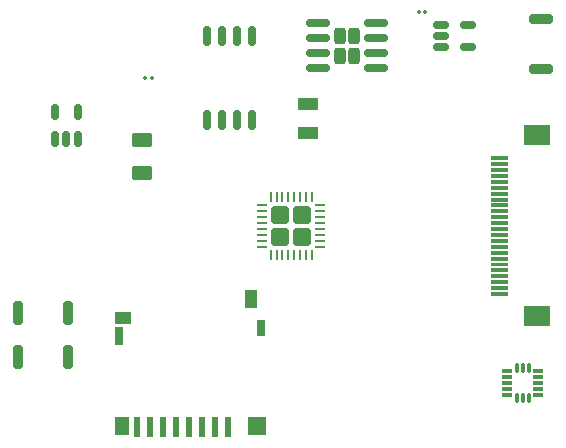
<source format=gbr>
%TF.GenerationSoftware,KiCad,Pcbnew,9.0.2*%
%TF.CreationDate,2025-12-06T23:29:51-05:00*%
%TF.ProjectId,taskmonitor,7461736b-6d6f-46e6-9974-6f722e6b6963,rev?*%
%TF.SameCoordinates,Original*%
%TF.FileFunction,Paste,Top*%
%TF.FilePolarity,Positive*%
%FSLAX46Y46*%
G04 Gerber Fmt 4.6, Leading zero omitted, Abs format (unit mm)*
G04 Created by KiCad (PCBNEW 9.0.2) date 2025-12-06 23:29:51*
%MOMM*%
%LPD*%
G01*
G04 APERTURE LIST*
G04 Aperture macros list*
%AMRoundRect*
0 Rectangle with rounded corners*
0 $1 Rounding radius*
0 $2 $3 $4 $5 $6 $7 $8 $9 X,Y pos of 4 corners*
0 Add a 4 corners polygon primitive as box body*
4,1,4,$2,$3,$4,$5,$6,$7,$8,$9,$2,$3,0*
0 Add four circle primitives for the rounded corners*
1,1,$1+$1,$2,$3*
1,1,$1+$1,$4,$5*
1,1,$1+$1,$6,$7*
1,1,$1+$1,$8,$9*
0 Add four rect primitives between the rounded corners*
20,1,$1+$1,$2,$3,$4,$5,0*
20,1,$1+$1,$4,$5,$6,$7,0*
20,1,$1+$1,$6,$7,$8,$9,0*
20,1,$1+$1,$8,$9,$2,$3,0*%
G04 Aperture macros list end*
%ADD10C,0.010000*%
%ADD11RoundRect,0.200000X0.200000X0.800000X-0.200000X0.800000X-0.200000X-0.800000X0.200000X-0.800000X0*%
%ADD12R,1.800000X1.000000*%
%ADD13RoundRect,0.200000X0.800000X-0.200000X0.800000X0.200000X-0.800000X0.200000X-0.800000X-0.200000X0*%
%ADD14RoundRect,0.250000X-0.255000X-0.440000X0.255000X-0.440000X0.255000X0.440000X-0.255000X0.440000X0*%
%ADD15RoundRect,0.150000X-0.825000X-0.150000X0.825000X-0.150000X0.825000X0.150000X-0.825000X0.150000X0*%
%ADD16RoundRect,0.150000X0.150000X-0.512500X0.150000X0.512500X-0.150000X0.512500X-0.150000X-0.512500X0*%
%ADD17RoundRect,0.250000X-0.495000X-0.495000X0.495000X-0.495000X0.495000X0.495000X-0.495000X0.495000X0*%
%ADD18RoundRect,0.062500X-0.337500X-0.062500X0.337500X-0.062500X0.337500X0.062500X-0.337500X0.062500X0*%
%ADD19RoundRect,0.062500X-0.062500X-0.337500X0.062500X-0.337500X0.062500X0.337500X-0.062500X0.337500X0*%
%ADD20RoundRect,0.075000X-0.387500X-0.075000X0.387500X-0.075000X0.387500X0.075000X-0.387500X0.075000X0*%
%ADD21RoundRect,0.075000X-0.075000X-0.325000X0.075000X-0.325000X0.075000X0.325000X-0.075000X0.325000X0*%
%ADD22RoundRect,0.067500X0.067500X0.067500X-0.067500X0.067500X-0.067500X-0.067500X0.067500X-0.067500X0*%
%ADD23RoundRect,0.162500X-0.162500X0.650000X-0.162500X-0.650000X0.162500X-0.650000X0.162500X0.650000X0*%
%ADD24R,2.200000X1.800000*%
%ADD25R,0.600000X1.750000*%
%ADD26R,1.450000X1.000000*%
%ADD27R,1.000000X1.550000*%
%ADD28R,0.800000X1.500000*%
%ADD29R,0.800000X1.400000*%
%ADD30R,1.500000X1.500000*%
%ADD31R,1.300000X1.500000*%
%ADD32RoundRect,0.150000X-0.512500X-0.150000X0.512500X-0.150000X0.512500X0.150000X-0.512500X0.150000X0*%
%ADD33RoundRect,0.250000X-0.625000X0.375000X-0.625000X-0.375000X0.625000X-0.375000X0.625000X0.375000X0*%
G04 APERTURE END LIST*
D10*
%TO.C,J4*%
X112775000Y-93850000D02*
X111475000Y-93850000D01*
X111475000Y-93600000D01*
X112775000Y-93600000D01*
X112775000Y-93850000D01*
G36*
X112775000Y-93850000D02*
G01*
X111475000Y-93850000D01*
X111475000Y-93600000D01*
X112775000Y-93600000D01*
X112775000Y-93850000D01*
G37*
X112775000Y-94350000D02*
X111475000Y-94350000D01*
X111475000Y-94100000D01*
X112775000Y-94100000D01*
X112775000Y-94350000D01*
G36*
X112775000Y-94350000D02*
G01*
X111475000Y-94350000D01*
X111475000Y-94100000D01*
X112775000Y-94100000D01*
X112775000Y-94350000D01*
G37*
X112775000Y-94850000D02*
X111475000Y-94850000D01*
X111475000Y-94600000D01*
X112775000Y-94600000D01*
X112775000Y-94850000D01*
G36*
X112775000Y-94850000D02*
G01*
X111475000Y-94850000D01*
X111475000Y-94600000D01*
X112775000Y-94600000D01*
X112775000Y-94850000D01*
G37*
X112775000Y-95350000D02*
X111475000Y-95350000D01*
X111475000Y-95100000D01*
X112775000Y-95100000D01*
X112775000Y-95350000D01*
G36*
X112775000Y-95350000D02*
G01*
X111475000Y-95350000D01*
X111475000Y-95100000D01*
X112775000Y-95100000D01*
X112775000Y-95350000D01*
G37*
X112775000Y-95850000D02*
X111475000Y-95850000D01*
X111475000Y-95600000D01*
X112775000Y-95600000D01*
X112775000Y-95850000D01*
G36*
X112775000Y-95850000D02*
G01*
X111475000Y-95850000D01*
X111475000Y-95600000D01*
X112775000Y-95600000D01*
X112775000Y-95850000D01*
G37*
X112775000Y-96350000D02*
X111475000Y-96350000D01*
X111475000Y-96100000D01*
X112775000Y-96100000D01*
X112775000Y-96350000D01*
G36*
X112775000Y-96350000D02*
G01*
X111475000Y-96350000D01*
X111475000Y-96100000D01*
X112775000Y-96100000D01*
X112775000Y-96350000D01*
G37*
X112775000Y-96850000D02*
X111475000Y-96850000D01*
X111475000Y-96600000D01*
X112775000Y-96600000D01*
X112775000Y-96850000D01*
G36*
X112775000Y-96850000D02*
G01*
X111475000Y-96850000D01*
X111475000Y-96600000D01*
X112775000Y-96600000D01*
X112775000Y-96850000D01*
G37*
X112775000Y-97350000D02*
X111475000Y-97350000D01*
X111475000Y-97100000D01*
X112775000Y-97100000D01*
X112775000Y-97350000D01*
G36*
X112775000Y-97350000D02*
G01*
X111475000Y-97350000D01*
X111475000Y-97100000D01*
X112775000Y-97100000D01*
X112775000Y-97350000D01*
G37*
X112775000Y-97850000D02*
X111475000Y-97850000D01*
X111475000Y-97600000D01*
X112775000Y-97600000D01*
X112775000Y-97850000D01*
G36*
X112775000Y-97850000D02*
G01*
X111475000Y-97850000D01*
X111475000Y-97600000D01*
X112775000Y-97600000D01*
X112775000Y-97850000D01*
G37*
X112775000Y-98350000D02*
X111475000Y-98350000D01*
X111475000Y-98100000D01*
X112775000Y-98100000D01*
X112775000Y-98350000D01*
G36*
X112775000Y-98350000D02*
G01*
X111475000Y-98350000D01*
X111475000Y-98100000D01*
X112775000Y-98100000D01*
X112775000Y-98350000D01*
G37*
X112775000Y-98850000D02*
X111475000Y-98850000D01*
X111475000Y-98600000D01*
X112775000Y-98600000D01*
X112775000Y-98850000D01*
G36*
X112775000Y-98850000D02*
G01*
X111475000Y-98850000D01*
X111475000Y-98600000D01*
X112775000Y-98600000D01*
X112775000Y-98850000D01*
G37*
X112775000Y-99350000D02*
X111475000Y-99350000D01*
X111475000Y-99100000D01*
X112775000Y-99100000D01*
X112775000Y-99350000D01*
G36*
X112775000Y-99350000D02*
G01*
X111475000Y-99350000D01*
X111475000Y-99100000D01*
X112775000Y-99100000D01*
X112775000Y-99350000D01*
G37*
X112775000Y-99850000D02*
X111475000Y-99850000D01*
X111475000Y-99600000D01*
X112775000Y-99600000D01*
X112775000Y-99850000D01*
G36*
X112775000Y-99850000D02*
G01*
X111475000Y-99850000D01*
X111475000Y-99600000D01*
X112775000Y-99600000D01*
X112775000Y-99850000D01*
G37*
X112775000Y-100350000D02*
X111475000Y-100350000D01*
X111475000Y-100100000D01*
X112775000Y-100100000D01*
X112775000Y-100350000D01*
G36*
X112775000Y-100350000D02*
G01*
X111475000Y-100350000D01*
X111475000Y-100100000D01*
X112775000Y-100100000D01*
X112775000Y-100350000D01*
G37*
X112775000Y-100850000D02*
X111475000Y-100850000D01*
X111475000Y-100600000D01*
X112775000Y-100600000D01*
X112775000Y-100850000D01*
G36*
X112775000Y-100850000D02*
G01*
X111475000Y-100850000D01*
X111475000Y-100600000D01*
X112775000Y-100600000D01*
X112775000Y-100850000D01*
G37*
X112775000Y-101350000D02*
X111475000Y-101350000D01*
X111475000Y-101100000D01*
X112775000Y-101100000D01*
X112775000Y-101350000D01*
G36*
X112775000Y-101350000D02*
G01*
X111475000Y-101350000D01*
X111475000Y-101100000D01*
X112775000Y-101100000D01*
X112775000Y-101350000D01*
G37*
X112775000Y-101850000D02*
X111475000Y-101850000D01*
X111475000Y-101600000D01*
X112775000Y-101600000D01*
X112775000Y-101850000D01*
G36*
X112775000Y-101850000D02*
G01*
X111475000Y-101850000D01*
X111475000Y-101600000D01*
X112775000Y-101600000D01*
X112775000Y-101850000D01*
G37*
X112775000Y-102350000D02*
X111475000Y-102350000D01*
X111475000Y-102100000D01*
X112775000Y-102100000D01*
X112775000Y-102350000D01*
G36*
X112775000Y-102350000D02*
G01*
X111475000Y-102350000D01*
X111475000Y-102100000D01*
X112775000Y-102100000D01*
X112775000Y-102350000D01*
G37*
X112775000Y-102850000D02*
X111475000Y-102850000D01*
X111475000Y-102600000D01*
X112775000Y-102600000D01*
X112775000Y-102850000D01*
G36*
X112775000Y-102850000D02*
G01*
X111475000Y-102850000D01*
X111475000Y-102600000D01*
X112775000Y-102600000D01*
X112775000Y-102850000D01*
G37*
X112775000Y-103350000D02*
X111475000Y-103350000D01*
X111475000Y-103100000D01*
X112775000Y-103100000D01*
X112775000Y-103350000D01*
G36*
X112775000Y-103350000D02*
G01*
X111475000Y-103350000D01*
X111475000Y-103100000D01*
X112775000Y-103100000D01*
X112775000Y-103350000D01*
G37*
X112775000Y-103850000D02*
X111475000Y-103850000D01*
X111475000Y-103600000D01*
X112775000Y-103600000D01*
X112775000Y-103850000D01*
G36*
X112775000Y-103850000D02*
G01*
X111475000Y-103850000D01*
X111475000Y-103600000D01*
X112775000Y-103600000D01*
X112775000Y-103850000D01*
G37*
X112775000Y-104350000D02*
X111475000Y-104350000D01*
X111475000Y-104100000D01*
X112775000Y-104100000D01*
X112775000Y-104350000D01*
G36*
X112775000Y-104350000D02*
G01*
X111475000Y-104350000D01*
X111475000Y-104100000D01*
X112775000Y-104100000D01*
X112775000Y-104350000D01*
G37*
X112775000Y-104850000D02*
X111475000Y-104850000D01*
X111475000Y-104600000D01*
X112775000Y-104600000D01*
X112775000Y-104850000D01*
G36*
X112775000Y-104850000D02*
G01*
X111475000Y-104850000D01*
X111475000Y-104600000D01*
X112775000Y-104600000D01*
X112775000Y-104850000D01*
G37*
X112775000Y-105350000D02*
X111475000Y-105350000D01*
X111475000Y-105100000D01*
X112775000Y-105100000D01*
X112775000Y-105350000D01*
G36*
X112775000Y-105350000D02*
G01*
X111475000Y-105350000D01*
X111475000Y-105100000D01*
X112775000Y-105100000D01*
X112775000Y-105350000D01*
G37*
%TD*%
D11*
%TO.C,BOOT1*%
X75625000Y-106850000D03*
X71425000Y-106850000D03*
%TD*%
D12*
%TO.C,Y1*%
X95925000Y-91650000D03*
X95925000Y-89150000D03*
%TD*%
D13*
%TO.C,SW1*%
X115700000Y-86200000D03*
X115700000Y-82000000D03*
%TD*%
D14*
%TO.C,U2*%
X98650000Y-83430000D03*
X98650000Y-85080000D03*
X99850000Y-83430000D03*
X99850000Y-85080000D03*
D15*
X96775000Y-82350000D03*
X96775000Y-83620000D03*
X96775000Y-84890000D03*
X96775000Y-86160000D03*
X101725000Y-86160000D03*
X101725000Y-84890000D03*
X101725000Y-83620000D03*
X101725000Y-82350000D03*
%TD*%
D16*
%TO.C,U7*%
X74550000Y-92100000D03*
X75500000Y-92100000D03*
X76450000Y-92100000D03*
X76450000Y-89825000D03*
X74550000Y-89825000D03*
%TD*%
D17*
%TO.C,U3*%
X93625000Y-98575000D03*
X93625000Y-100425000D03*
X95475000Y-98575000D03*
X95475000Y-100425000D03*
D18*
X92100000Y-97750000D03*
X92100000Y-98250000D03*
X92100000Y-98750000D03*
X92100000Y-99250000D03*
X92100000Y-99750000D03*
X92100000Y-100250000D03*
X92100000Y-100750000D03*
X92100000Y-101250000D03*
D19*
X92800000Y-101950000D03*
X93300000Y-101950000D03*
X93800000Y-101950000D03*
X94300000Y-101950000D03*
X94800000Y-101950000D03*
X95300000Y-101950000D03*
X95800000Y-101950000D03*
X96300000Y-101950000D03*
D18*
X97000000Y-101250000D03*
X97000000Y-100750000D03*
X97000000Y-100250000D03*
X97000000Y-99750000D03*
X97000000Y-99250000D03*
X97000000Y-98750000D03*
X97000000Y-98250000D03*
X97000000Y-97750000D03*
D19*
X96300000Y-97050000D03*
X95800000Y-97050000D03*
X95300000Y-97050000D03*
X94800000Y-97050000D03*
X94300000Y-97050000D03*
X93800000Y-97050000D03*
X93300000Y-97050000D03*
X92800000Y-97050000D03*
%TD*%
D20*
%TO.C,U6*%
X112850000Y-111825000D03*
X112850000Y-112325000D03*
X112850000Y-112825000D03*
X112850000Y-113325000D03*
X112850000Y-113825000D03*
D21*
X113637500Y-114100000D03*
X114137500Y-114100000D03*
X114637500Y-114100000D03*
D20*
X115425000Y-113825000D03*
X115425000Y-113325000D03*
X115425000Y-112825000D03*
X115425000Y-112325000D03*
X115425000Y-111825000D03*
D21*
X114637500Y-111550000D03*
X114137500Y-111550000D03*
X113637500Y-111550000D03*
%TD*%
D22*
%TO.C,L1*%
X82725000Y-86950000D03*
X82175000Y-86950000D03*
%TD*%
%TO.C,L2*%
X105892500Y-81394400D03*
X105342500Y-81394400D03*
%TD*%
D23*
%TO.C,U4*%
X91205000Y-83387500D03*
X89935000Y-83387500D03*
X88665000Y-83387500D03*
X87395000Y-83387500D03*
X87395000Y-90562500D03*
X88665000Y-90562500D03*
X89935000Y-90562500D03*
X91205000Y-90562500D03*
%TD*%
D24*
%TO.C,J4*%
X115375000Y-91825000D03*
X115375000Y-107125000D03*
%TD*%
D11*
%TO.C,EN1*%
X75625000Y-110600000D03*
X71425000Y-110600000D03*
%TD*%
D25*
%TO.C,Card1*%
X89150000Y-116525000D03*
X88049900Y-116525000D03*
X86950100Y-116525000D03*
X85850000Y-116525000D03*
X84750000Y-116525000D03*
X83649900Y-116525000D03*
X82550100Y-116525000D03*
X81450000Y-116525000D03*
D26*
X80325000Y-107300000D03*
D27*
X91150000Y-105725000D03*
D28*
X79999900Y-108799900D03*
D29*
X91950100Y-108149900D03*
D30*
X91600100Y-116399800D03*
D31*
X80250100Y-116399800D03*
%TD*%
D32*
%TO.C,U5*%
X107200000Y-82450000D03*
X107200000Y-83400000D03*
X107200000Y-84350000D03*
X109475000Y-84350000D03*
X109475000Y-82450000D03*
%TD*%
D33*
%TO.C,D1*%
X81892200Y-92250000D03*
X81892200Y-95050000D03*
%TD*%
M02*

</source>
